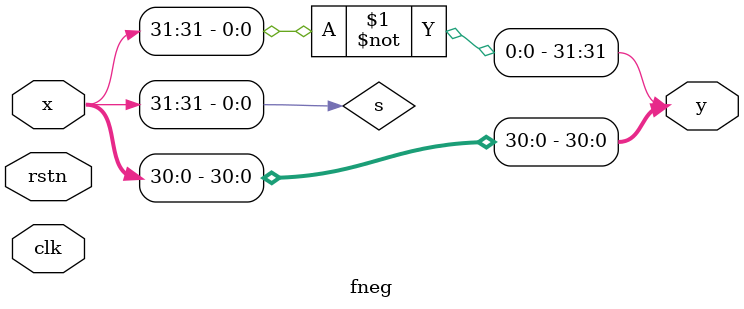
<source format=v>
`default_nettype none

module fabs (
    input wire [31:0] x,
    output wire [31:0] y,
    input wire clk,
    input wire rstn);

assign y = {1'b0, x[30:0]};
endmodule

module fneg (
    input wire [31:0] x,
    output wire [31:0] y,
    input wire clk,
    input wire rstn);

wire s = x[31];

assign y = {~s, x[30:0]};
endmodule

`default_nettype wire
</source>
